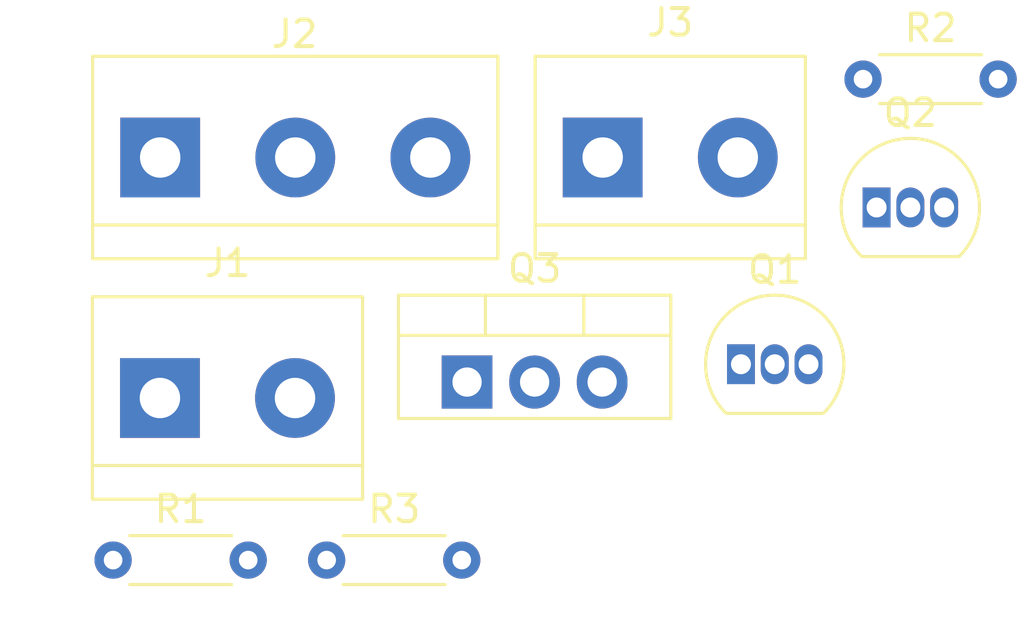
<source format=kicad_pcb>
(kicad_pcb (version 20171130) (host pcbnew "(5.1.5)-3")

  (general
    (thickness 1.6)
    (drawings 0)
    (tracks 0)
    (zones 0)
    (modules 9)
    (nets 8)
  )

  (page A4)
  (layers
    (0 F.Cu signal)
    (31 B.Cu signal)
    (32 B.Adhes user)
    (33 F.Adhes user)
    (34 B.Paste user)
    (35 F.Paste user)
    (36 B.SilkS user)
    (37 F.SilkS user)
    (38 B.Mask user)
    (39 F.Mask user)
    (40 Dwgs.User user)
    (41 Cmts.User user)
    (42 Eco1.User user)
    (43 Eco2.User user)
    (44 Edge.Cuts user)
    (45 Margin user)
    (46 B.CrtYd user)
    (47 F.CrtYd user)
    (48 B.Fab user)
    (49 F.Fab user)
  )

  (setup
    (last_trace_width 0.25)
    (trace_clearance 0.2)
    (zone_clearance 0.508)
    (zone_45_only no)
    (trace_min 0.2)
    (via_size 0.8)
    (via_drill 0.4)
    (via_min_size 0.4)
    (via_min_drill 0.3)
    (uvia_size 0.3)
    (uvia_drill 0.1)
    (uvias_allowed no)
    (uvia_min_size 0.2)
    (uvia_min_drill 0.1)
    (edge_width 0.05)
    (segment_width 0.2)
    (pcb_text_width 0.3)
    (pcb_text_size 1.5 1.5)
    (mod_edge_width 0.12)
    (mod_text_size 1 1)
    (mod_text_width 0.15)
    (pad_size 1.524 1.524)
    (pad_drill 0.762)
    (pad_to_mask_clearance 0.051)
    (solder_mask_min_width 0.25)
    (aux_axis_origin 0 0)
    (visible_elements FFFFFF7F)
    (pcbplotparams
      (layerselection 0x010fc_ffffffff)
      (usegerberextensions false)
      (usegerberattributes false)
      (usegerberadvancedattributes false)
      (creategerberjobfile false)
      (excludeedgelayer true)
      (linewidth 0.100000)
      (plotframeref false)
      (viasonmask false)
      (mode 1)
      (useauxorigin false)
      (hpglpennumber 1)
      (hpglpenspeed 20)
      (hpglpendiameter 15.000000)
      (psnegative false)
      (psa4output false)
      (plotreference true)
      (plotvalue true)
      (plotinvisibletext false)
      (padsonsilk false)
      (subtractmaskfromsilk false)
      (outputformat 1)
      (mirror false)
      (drillshape 1)
      (scaleselection 1)
      (outputdirectory ""))
  )

  (net 0 "")
  (net 1 +12V)
  (net 2 Out)
  (net 3 Ctrl)
  (net 4 GND)
  (net 5 "Net-(Q1-Pad3)")
  (net 6 "Net-(Q1-Pad2)")
  (net 7 "Net-(Q2-Pad3)")

  (net_class Default "This is the default net class."
    (clearance 0.2)
    (trace_width 0.25)
    (via_dia 0.8)
    (via_drill 0.4)
    (uvia_dia 0.3)
    (uvia_drill 0.1)
    (add_net +12V)
    (add_net Ctrl)
    (add_net GND)
    (add_net "Net-(Q1-Pad2)")
    (add_net "Net-(Q1-Pad3)")
    (add_net "Net-(Q2-Pad3)")
    (add_net Out)
  )

  (module TerminalBlock:TerminalBlock_bornier-2_P5.08mm (layer F.Cu) (tedit 59FF03AB) (tstamp 5E2009E5)
    (at 136.085001 90.545001)
    (descr "simple 2-pin terminal block, pitch 5.08mm, revamped version of bornier2")
    (tags "terminal block bornier2")
    (path /5E2004FA)
    (fp_text reference J1 (at 2.54 -5.08) (layer F.SilkS)
      (effects (font (size 1 1) (thickness 0.15)))
    )
    (fp_text value Screw_Terminal_01x02 (at 2.54 5.08) (layer F.Fab)
      (effects (font (size 1 1) (thickness 0.15)))
    )
    (fp_text user %R (at 2.54 0) (layer F.Fab)
      (effects (font (size 1 1) (thickness 0.15)))
    )
    (fp_line (start -2.41 2.55) (end 7.49 2.55) (layer F.Fab) (width 0.1))
    (fp_line (start -2.46 -3.75) (end -2.46 3.75) (layer F.Fab) (width 0.1))
    (fp_line (start -2.46 3.75) (end 7.54 3.75) (layer F.Fab) (width 0.1))
    (fp_line (start 7.54 3.75) (end 7.54 -3.75) (layer F.Fab) (width 0.1))
    (fp_line (start 7.54 -3.75) (end -2.46 -3.75) (layer F.Fab) (width 0.1))
    (fp_line (start 7.62 2.54) (end -2.54 2.54) (layer F.SilkS) (width 0.12))
    (fp_line (start 7.62 3.81) (end 7.62 -3.81) (layer F.SilkS) (width 0.12))
    (fp_line (start 7.62 -3.81) (end -2.54 -3.81) (layer F.SilkS) (width 0.12))
    (fp_line (start -2.54 -3.81) (end -2.54 3.81) (layer F.SilkS) (width 0.12))
    (fp_line (start -2.54 3.81) (end 7.62 3.81) (layer F.SilkS) (width 0.12))
    (fp_line (start -2.71 -4) (end 7.79 -4) (layer F.CrtYd) (width 0.05))
    (fp_line (start -2.71 -4) (end -2.71 4) (layer F.CrtYd) (width 0.05))
    (fp_line (start 7.79 4) (end 7.79 -4) (layer F.CrtYd) (width 0.05))
    (fp_line (start 7.79 4) (end -2.71 4) (layer F.CrtYd) (width 0.05))
    (pad 1 thru_hole rect (at 0 0) (size 3 3) (drill 1.52) (layers *.Cu *.Mask)
      (net 1 +12V))
    (pad 2 thru_hole circle (at 5.08 0) (size 3 3) (drill 1.52) (layers *.Cu *.Mask)
      (net 2 Out))
    (model ${KISYS3DMOD}/TerminalBlock.3dshapes/TerminalBlock_bornier-2_P5.08mm.wrl
      (offset (xyz 2.539999961853027 0 0))
      (scale (xyz 1 1 1))
      (rotate (xyz 0 0 0))
    )
  )

  (module TerminalBlock:TerminalBlock_bornier-3_P5.08mm (layer F.Cu) (tedit 59FF03B9) (tstamp 5E2009FB)
    (at 136.095001 81.495001)
    (descr "simple 3-pin terminal block, pitch 5.08mm, revamped version of bornier3")
    (tags "terminal block bornier3")
    (path /5E20CDEA)
    (fp_text reference J2 (at 5.05 -4.65) (layer F.SilkS)
      (effects (font (size 1 1) (thickness 0.15)))
    )
    (fp_text value Screw_Terminal_01x03 (at 5.08 5.08) (layer F.Fab)
      (effects (font (size 1 1) (thickness 0.15)))
    )
    (fp_text user %R (at 5.08 0) (layer F.Fab)
      (effects (font (size 1 1) (thickness 0.15)))
    )
    (fp_line (start -2.47 2.55) (end 12.63 2.55) (layer F.Fab) (width 0.1))
    (fp_line (start -2.47 -3.75) (end 12.63 -3.75) (layer F.Fab) (width 0.1))
    (fp_line (start 12.63 -3.75) (end 12.63 3.75) (layer F.Fab) (width 0.1))
    (fp_line (start 12.63 3.75) (end -2.47 3.75) (layer F.Fab) (width 0.1))
    (fp_line (start -2.47 3.75) (end -2.47 -3.75) (layer F.Fab) (width 0.1))
    (fp_line (start -2.54 3.81) (end -2.54 -3.81) (layer F.SilkS) (width 0.12))
    (fp_line (start 12.7 3.81) (end 12.7 -3.81) (layer F.SilkS) (width 0.12))
    (fp_line (start -2.54 2.54) (end 12.7 2.54) (layer F.SilkS) (width 0.12))
    (fp_line (start -2.54 -3.81) (end 12.7 -3.81) (layer F.SilkS) (width 0.12))
    (fp_line (start -2.54 3.81) (end 12.7 3.81) (layer F.SilkS) (width 0.12))
    (fp_line (start -2.72 -4) (end 12.88 -4) (layer F.CrtYd) (width 0.05))
    (fp_line (start -2.72 -4) (end -2.72 4) (layer F.CrtYd) (width 0.05))
    (fp_line (start 12.88 4) (end 12.88 -4) (layer F.CrtYd) (width 0.05))
    (fp_line (start 12.88 4) (end -2.72 4) (layer F.CrtYd) (width 0.05))
    (pad 1 thru_hole rect (at 0 0) (size 3 3) (drill 1.52) (layers *.Cu *.Mask)
      (net 3 Ctrl))
    (pad 2 thru_hole circle (at 5.08 0) (size 3 3) (drill 1.52) (layers *.Cu *.Mask)
      (net 4 GND))
    (pad 3 thru_hole circle (at 10.16 0) (size 3 3) (drill 1.52) (layers *.Cu *.Mask)
      (net 1 +12V))
    (model ${KISYS3DMOD}/TerminalBlock.3dshapes/TerminalBlock_bornier-3_P5.08mm.wrl
      (offset (xyz 5.079999923706055 0 0))
      (scale (xyz 1 1 1))
      (rotate (xyz 0 0 0))
    )
  )

  (module TerminalBlock:TerminalBlock_bornier-2_P5.08mm (layer F.Cu) (tedit 59FF03AB) (tstamp 5E200A10)
    (at 152.735001 81.495001)
    (descr "simple 2-pin terminal block, pitch 5.08mm, revamped version of bornier2")
    (tags "terminal block bornier2")
    (path /5E201594)
    (fp_text reference J3 (at 2.54 -5.08) (layer F.SilkS)
      (effects (font (size 1 1) (thickness 0.15)))
    )
    (fp_text value Screw_Terminal_01x02 (at 2.54 5.08) (layer F.Fab)
      (effects (font (size 1 1) (thickness 0.15)))
    )
    (fp_line (start 7.79 4) (end -2.71 4) (layer F.CrtYd) (width 0.05))
    (fp_line (start 7.79 4) (end 7.79 -4) (layer F.CrtYd) (width 0.05))
    (fp_line (start -2.71 -4) (end -2.71 4) (layer F.CrtYd) (width 0.05))
    (fp_line (start -2.71 -4) (end 7.79 -4) (layer F.CrtYd) (width 0.05))
    (fp_line (start -2.54 3.81) (end 7.62 3.81) (layer F.SilkS) (width 0.12))
    (fp_line (start -2.54 -3.81) (end -2.54 3.81) (layer F.SilkS) (width 0.12))
    (fp_line (start 7.62 -3.81) (end -2.54 -3.81) (layer F.SilkS) (width 0.12))
    (fp_line (start 7.62 3.81) (end 7.62 -3.81) (layer F.SilkS) (width 0.12))
    (fp_line (start 7.62 2.54) (end -2.54 2.54) (layer F.SilkS) (width 0.12))
    (fp_line (start 7.54 -3.75) (end -2.46 -3.75) (layer F.Fab) (width 0.1))
    (fp_line (start 7.54 3.75) (end 7.54 -3.75) (layer F.Fab) (width 0.1))
    (fp_line (start -2.46 3.75) (end 7.54 3.75) (layer F.Fab) (width 0.1))
    (fp_line (start -2.46 -3.75) (end -2.46 3.75) (layer F.Fab) (width 0.1))
    (fp_line (start -2.41 2.55) (end 7.49 2.55) (layer F.Fab) (width 0.1))
    (fp_text user %R (at 2.54 0) (layer F.Fab)
      (effects (font (size 1 1) (thickness 0.15)))
    )
    (pad 2 thru_hole circle (at 5.08 0) (size 3 3) (drill 1.52) (layers *.Cu *.Mask)
      (net 4 GND))
    (pad 1 thru_hole rect (at 0 0) (size 3 3) (drill 1.52) (layers *.Cu *.Mask)
      (net 1 +12V))
    (model ${KISYS3DMOD}/TerminalBlock.3dshapes/TerminalBlock_bornier-2_P5.08mm.wrl
      (offset (xyz 2.539999961853027 0 0))
      (scale (xyz 1 1 1))
      (rotate (xyz 0 0 0))
    )
  )

  (module Package_TO_SOT_THT:TO-92_Inline (layer F.Cu) (tedit 5A1DD157) (tstamp 5E200A22)
    (at 157.935001 89.275001)
    (descr "TO-92 leads in-line, narrow, oval pads, drill 0.75mm (see NXP sot054_po.pdf)")
    (tags "to-92 sc-43 sc-43a sot54 PA33 transistor")
    (path /5DCACC0A)
    (fp_text reference Q1 (at 1.27 -3.56) (layer F.SilkS)
      (effects (font (size 1 1) (thickness 0.15)))
    )
    (fp_text value 2N3904 (at 1.27 2.79) (layer F.Fab)
      (effects (font (size 1 1) (thickness 0.15)))
    )
    (fp_arc (start 1.27 0) (end 1.27 -2.6) (angle 135) (layer F.SilkS) (width 0.12))
    (fp_arc (start 1.27 0) (end 1.27 -2.48) (angle -135) (layer F.Fab) (width 0.1))
    (fp_arc (start 1.27 0) (end 1.27 -2.6) (angle -135) (layer F.SilkS) (width 0.12))
    (fp_arc (start 1.27 0) (end 1.27 -2.48) (angle 135) (layer F.Fab) (width 0.1))
    (fp_line (start 4 2.01) (end -1.46 2.01) (layer F.CrtYd) (width 0.05))
    (fp_line (start 4 2.01) (end 4 -2.73) (layer F.CrtYd) (width 0.05))
    (fp_line (start -1.46 -2.73) (end -1.46 2.01) (layer F.CrtYd) (width 0.05))
    (fp_line (start -1.46 -2.73) (end 4 -2.73) (layer F.CrtYd) (width 0.05))
    (fp_line (start -0.5 1.75) (end 3 1.75) (layer F.Fab) (width 0.1))
    (fp_line (start -0.53 1.85) (end 3.07 1.85) (layer F.SilkS) (width 0.12))
    (fp_text user %R (at 1.27 -3.56) (layer F.Fab)
      (effects (font (size 1 1) (thickness 0.15)))
    )
    (pad 1 thru_hole rect (at 0 0) (size 1.05 1.5) (drill 0.75) (layers *.Cu *.Mask)
      (net 4 GND))
    (pad 3 thru_hole oval (at 2.54 0) (size 1.05 1.5) (drill 0.75) (layers *.Cu *.Mask)
      (net 5 "Net-(Q1-Pad3)"))
    (pad 2 thru_hole oval (at 1.27 0) (size 1.05 1.5) (drill 0.75) (layers *.Cu *.Mask)
      (net 6 "Net-(Q1-Pad2)"))
    (model ${KISYS3DMOD}/Package_TO_SOT_THT.3dshapes/TO-92_Inline.wrl
      (at (xyz 0 0 0))
      (scale (xyz 1 1 1))
      (rotate (xyz 0 0 0))
    )
  )

  (module Package_TO_SOT_THT:TO-92_Inline (layer F.Cu) (tedit 5A1DD157) (tstamp 5E200A34)
    (at 163.035001 83.375001)
    (descr "TO-92 leads in-line, narrow, oval pads, drill 0.75mm (see NXP sot054_po.pdf)")
    (tags "to-92 sc-43 sc-43a sot54 PA33 transistor")
    (path /5DCACBC2)
    (fp_text reference Q2 (at 1.27 -3.56) (layer F.SilkS)
      (effects (font (size 1 1) (thickness 0.15)))
    )
    (fp_text value 2N3904 (at 1.27 2.79) (layer F.Fab)
      (effects (font (size 1 1) (thickness 0.15)))
    )
    (fp_text user %R (at 1.27 -3.56) (layer F.Fab)
      (effects (font (size 1 1) (thickness 0.15)))
    )
    (fp_line (start -0.53 1.85) (end 3.07 1.85) (layer F.SilkS) (width 0.12))
    (fp_line (start -0.5 1.75) (end 3 1.75) (layer F.Fab) (width 0.1))
    (fp_line (start -1.46 -2.73) (end 4 -2.73) (layer F.CrtYd) (width 0.05))
    (fp_line (start -1.46 -2.73) (end -1.46 2.01) (layer F.CrtYd) (width 0.05))
    (fp_line (start 4 2.01) (end 4 -2.73) (layer F.CrtYd) (width 0.05))
    (fp_line (start 4 2.01) (end -1.46 2.01) (layer F.CrtYd) (width 0.05))
    (fp_arc (start 1.27 0) (end 1.27 -2.48) (angle 135) (layer F.Fab) (width 0.1))
    (fp_arc (start 1.27 0) (end 1.27 -2.6) (angle -135) (layer F.SilkS) (width 0.12))
    (fp_arc (start 1.27 0) (end 1.27 -2.48) (angle -135) (layer F.Fab) (width 0.1))
    (fp_arc (start 1.27 0) (end 1.27 -2.6) (angle 135) (layer F.SilkS) (width 0.12))
    (pad 2 thru_hole oval (at 1.27 0) (size 1.05 1.5) (drill 0.75) (layers *.Cu *.Mask)
      (net 5 "Net-(Q1-Pad3)"))
    (pad 3 thru_hole oval (at 2.54 0) (size 1.05 1.5) (drill 0.75) (layers *.Cu *.Mask)
      (net 7 "Net-(Q2-Pad3)"))
    (pad 1 thru_hole rect (at 0 0) (size 1.05 1.5) (drill 0.75) (layers *.Cu *.Mask)
      (net 4 GND))
    (model ${KISYS3DMOD}/Package_TO_SOT_THT.3dshapes/TO-92_Inline.wrl
      (at (xyz 0 0 0))
      (scale (xyz 1 1 1))
      (rotate (xyz 0 0 0))
    )
  )

  (module Package_TO_SOT_THT:TO-220-3_Vertical (layer F.Cu) (tedit 5AC8BA0D) (tstamp 5E200A4E)
    (at 147.635001 89.945001)
    (descr "TO-220-3, Vertical, RM 2.54mm, see https://www.vishay.com/docs/66542/to-220-1.pdf")
    (tags "TO-220-3 Vertical RM 2.54mm")
    (path /5DCACAFA)
    (fp_text reference Q3 (at 2.54 -4.27) (layer F.SilkS)
      (effects (font (size 1 1) (thickness 0.15)))
    )
    (fp_text value IRF540N (at 2.54 2.5) (layer F.Fab)
      (effects (font (size 1 1) (thickness 0.15)))
    )
    (fp_line (start -2.46 -3.15) (end -2.46 1.25) (layer F.Fab) (width 0.1))
    (fp_line (start -2.46 1.25) (end 7.54 1.25) (layer F.Fab) (width 0.1))
    (fp_line (start 7.54 1.25) (end 7.54 -3.15) (layer F.Fab) (width 0.1))
    (fp_line (start 7.54 -3.15) (end -2.46 -3.15) (layer F.Fab) (width 0.1))
    (fp_line (start -2.46 -1.88) (end 7.54 -1.88) (layer F.Fab) (width 0.1))
    (fp_line (start 0.69 -3.15) (end 0.69 -1.88) (layer F.Fab) (width 0.1))
    (fp_line (start 4.39 -3.15) (end 4.39 -1.88) (layer F.Fab) (width 0.1))
    (fp_line (start -2.58 -3.27) (end 7.66 -3.27) (layer F.SilkS) (width 0.12))
    (fp_line (start -2.58 1.371) (end 7.66 1.371) (layer F.SilkS) (width 0.12))
    (fp_line (start -2.58 -3.27) (end -2.58 1.371) (layer F.SilkS) (width 0.12))
    (fp_line (start 7.66 -3.27) (end 7.66 1.371) (layer F.SilkS) (width 0.12))
    (fp_line (start -2.58 -1.76) (end 7.66 -1.76) (layer F.SilkS) (width 0.12))
    (fp_line (start 0.69 -3.27) (end 0.69 -1.76) (layer F.SilkS) (width 0.12))
    (fp_line (start 4.391 -3.27) (end 4.391 -1.76) (layer F.SilkS) (width 0.12))
    (fp_line (start -2.71 -3.4) (end -2.71 1.51) (layer F.CrtYd) (width 0.05))
    (fp_line (start -2.71 1.51) (end 7.79 1.51) (layer F.CrtYd) (width 0.05))
    (fp_line (start 7.79 1.51) (end 7.79 -3.4) (layer F.CrtYd) (width 0.05))
    (fp_line (start 7.79 -3.4) (end -2.71 -3.4) (layer F.CrtYd) (width 0.05))
    (fp_text user %R (at 2.54 -4.27) (layer F.Fab)
      (effects (font (size 1 1) (thickness 0.15)))
    )
    (pad 1 thru_hole rect (at 0 0) (size 1.905 2) (drill 1.1) (layers *.Cu *.Mask)
      (net 7 "Net-(Q2-Pad3)"))
    (pad 2 thru_hole oval (at 2.54 0) (size 1.905 2) (drill 1.1) (layers *.Cu *.Mask)
      (net 2 Out))
    (pad 3 thru_hole oval (at 5.08 0) (size 1.905 2) (drill 1.1) (layers *.Cu *.Mask)
      (net 4 GND))
    (model ${KISYS3DMOD}/Package_TO_SOT_THT.3dshapes/TO-220-3_Vertical.wrl
      (at (xyz 0 0 0))
      (scale (xyz 1 1 1))
      (rotate (xyz 0 0 0))
    )
  )

  (module Resistor_THT:R_Axial_DIN0204_L3.6mm_D1.6mm_P5.08mm_Horizontal (layer F.Cu) (tedit 5AE5139B) (tstamp 5E200A61)
    (at 134.325001 96.645001)
    (descr "Resistor, Axial_DIN0204 series, Axial, Horizontal, pin pitch=5.08mm, 0.167W, length*diameter=3.6*1.6mm^2, http://cdn-reichelt.de/documents/datenblatt/B400/1_4W%23YAG.pdf")
    (tags "Resistor Axial_DIN0204 series Axial Horizontal pin pitch 5.08mm 0.167W length 3.6mm diameter 1.6mm")
    (path /5DCACCDE)
    (fp_text reference R1 (at 2.54 -1.92) (layer F.SilkS)
      (effects (font (size 1 1) (thickness 0.15)))
    )
    (fp_text value 200 (at 2.54 1.92) (layer F.Fab)
      (effects (font (size 1 1) (thickness 0.15)))
    )
    (fp_line (start 0.74 -0.8) (end 0.74 0.8) (layer F.Fab) (width 0.1))
    (fp_line (start 0.74 0.8) (end 4.34 0.8) (layer F.Fab) (width 0.1))
    (fp_line (start 4.34 0.8) (end 4.34 -0.8) (layer F.Fab) (width 0.1))
    (fp_line (start 4.34 -0.8) (end 0.74 -0.8) (layer F.Fab) (width 0.1))
    (fp_line (start 0 0) (end 0.74 0) (layer F.Fab) (width 0.1))
    (fp_line (start 5.08 0) (end 4.34 0) (layer F.Fab) (width 0.1))
    (fp_line (start 0.62 -0.92) (end 4.46 -0.92) (layer F.SilkS) (width 0.12))
    (fp_line (start 0.62 0.92) (end 4.46 0.92) (layer F.SilkS) (width 0.12))
    (fp_line (start -0.95 -1.05) (end -0.95 1.05) (layer F.CrtYd) (width 0.05))
    (fp_line (start -0.95 1.05) (end 6.03 1.05) (layer F.CrtYd) (width 0.05))
    (fp_line (start 6.03 1.05) (end 6.03 -1.05) (layer F.CrtYd) (width 0.05))
    (fp_line (start 6.03 -1.05) (end -0.95 -1.05) (layer F.CrtYd) (width 0.05))
    (fp_text user %R (at 2.54 0) (layer F.Fab)
      (effects (font (size 0.72 0.72) (thickness 0.108)))
    )
    (pad 1 thru_hole circle (at 0 0) (size 1.4 1.4) (drill 0.7) (layers *.Cu *.Mask)
      (net 6 "Net-(Q1-Pad2)"))
    (pad 2 thru_hole oval (at 5.08 0) (size 1.4 1.4) (drill 0.7) (layers *.Cu *.Mask)
      (net 3 Ctrl))
    (model ${KISYS3DMOD}/Resistor_THT.3dshapes/R_Axial_DIN0204_L3.6mm_D1.6mm_P5.08mm_Horizontal.wrl
      (at (xyz 0 0 0))
      (scale (xyz 1 1 1))
      (rotate (xyz 0 0 0))
    )
  )

  (module Resistor_THT:R_Axial_DIN0204_L3.6mm_D1.6mm_P5.08mm_Horizontal (layer F.Cu) (tedit 5AE5139B) (tstamp 5E200A74)
    (at 162.525001 78.545001)
    (descr "Resistor, Axial_DIN0204 series, Axial, Horizontal, pin pitch=5.08mm, 0.167W, length*diameter=3.6*1.6mm^2, http://cdn-reichelt.de/documents/datenblatt/B400/1_4W%23YAG.pdf")
    (tags "Resistor Axial_DIN0204 series Axial Horizontal pin pitch 5.08mm 0.167W length 3.6mm diameter 1.6mm")
    (path /5DCACCAC)
    (fp_text reference R2 (at 2.54 -1.92) (layer F.SilkS)
      (effects (font (size 1 1) (thickness 0.15)))
    )
    (fp_text value 1k (at 2.54 1.92) (layer F.Fab)
      (effects (font (size 1 1) (thickness 0.15)))
    )
    (fp_text user %R (at 2.54 0) (layer F.Fab)
      (effects (font (size 0.72 0.72) (thickness 0.108)))
    )
    (fp_line (start 6.03 -1.05) (end -0.95 -1.05) (layer F.CrtYd) (width 0.05))
    (fp_line (start 6.03 1.05) (end 6.03 -1.05) (layer F.CrtYd) (width 0.05))
    (fp_line (start -0.95 1.05) (end 6.03 1.05) (layer F.CrtYd) (width 0.05))
    (fp_line (start -0.95 -1.05) (end -0.95 1.05) (layer F.CrtYd) (width 0.05))
    (fp_line (start 0.62 0.92) (end 4.46 0.92) (layer F.SilkS) (width 0.12))
    (fp_line (start 0.62 -0.92) (end 4.46 -0.92) (layer F.SilkS) (width 0.12))
    (fp_line (start 5.08 0) (end 4.34 0) (layer F.Fab) (width 0.1))
    (fp_line (start 0 0) (end 0.74 0) (layer F.Fab) (width 0.1))
    (fp_line (start 4.34 -0.8) (end 0.74 -0.8) (layer F.Fab) (width 0.1))
    (fp_line (start 4.34 0.8) (end 4.34 -0.8) (layer F.Fab) (width 0.1))
    (fp_line (start 0.74 0.8) (end 4.34 0.8) (layer F.Fab) (width 0.1))
    (fp_line (start 0.74 -0.8) (end 0.74 0.8) (layer F.Fab) (width 0.1))
    (pad 2 thru_hole oval (at 5.08 0) (size 1.4 1.4) (drill 0.7) (layers *.Cu *.Mask)
      (net 5 "Net-(Q1-Pad3)"))
    (pad 1 thru_hole circle (at 0 0) (size 1.4 1.4) (drill 0.7) (layers *.Cu *.Mask)
      (net 1 +12V))
    (model ${KISYS3DMOD}/Resistor_THT.3dshapes/R_Axial_DIN0204_L3.6mm_D1.6mm_P5.08mm_Horizontal.wrl
      (at (xyz 0 0 0))
      (scale (xyz 1 1 1))
      (rotate (xyz 0 0 0))
    )
  )

  (module Resistor_THT:R_Axial_DIN0204_L3.6mm_D1.6mm_P5.08mm_Horizontal (layer F.Cu) (tedit 5AE5139B) (tstamp 5E200A87)
    (at 142.355001 96.645001)
    (descr "Resistor, Axial_DIN0204 series, Axial, Horizontal, pin pitch=5.08mm, 0.167W, length*diameter=3.6*1.6mm^2, http://cdn-reichelt.de/documents/datenblatt/B400/1_4W%23YAG.pdf")
    (tags "Resistor Axial_DIN0204 series Axial Horizontal pin pitch 5.08mm 0.167W length 3.6mm diameter 1.6mm")
    (path /5DCACC54)
    (fp_text reference R3 (at 2.54 -1.92) (layer F.SilkS)
      (effects (font (size 1 1) (thickness 0.15)))
    )
    (fp_text value 500 (at 2.54 1.92) (layer F.Fab)
      (effects (font (size 1 1) (thickness 0.15)))
    )
    (fp_line (start 0.74 -0.8) (end 0.74 0.8) (layer F.Fab) (width 0.1))
    (fp_line (start 0.74 0.8) (end 4.34 0.8) (layer F.Fab) (width 0.1))
    (fp_line (start 4.34 0.8) (end 4.34 -0.8) (layer F.Fab) (width 0.1))
    (fp_line (start 4.34 -0.8) (end 0.74 -0.8) (layer F.Fab) (width 0.1))
    (fp_line (start 0 0) (end 0.74 0) (layer F.Fab) (width 0.1))
    (fp_line (start 5.08 0) (end 4.34 0) (layer F.Fab) (width 0.1))
    (fp_line (start 0.62 -0.92) (end 4.46 -0.92) (layer F.SilkS) (width 0.12))
    (fp_line (start 0.62 0.92) (end 4.46 0.92) (layer F.SilkS) (width 0.12))
    (fp_line (start -0.95 -1.05) (end -0.95 1.05) (layer F.CrtYd) (width 0.05))
    (fp_line (start -0.95 1.05) (end 6.03 1.05) (layer F.CrtYd) (width 0.05))
    (fp_line (start 6.03 1.05) (end 6.03 -1.05) (layer F.CrtYd) (width 0.05))
    (fp_line (start 6.03 -1.05) (end -0.95 -1.05) (layer F.CrtYd) (width 0.05))
    (fp_text user %R (at 2.54 0) (layer F.Fab)
      (effects (font (size 0.72 0.72) (thickness 0.108)))
    )
    (pad 1 thru_hole circle (at 0 0) (size 1.4 1.4) (drill 0.7) (layers *.Cu *.Mask)
      (net 1 +12V))
    (pad 2 thru_hole oval (at 5.08 0) (size 1.4 1.4) (drill 0.7) (layers *.Cu *.Mask)
      (net 7 "Net-(Q2-Pad3)"))
    (model ${KISYS3DMOD}/Resistor_THT.3dshapes/R_Axial_DIN0204_L3.6mm_D1.6mm_P5.08mm_Horizontal.wrl
      (at (xyz 0 0 0))
      (scale (xyz 1 1 1))
      (rotate (xyz 0 0 0))
    )
  )

)

</source>
